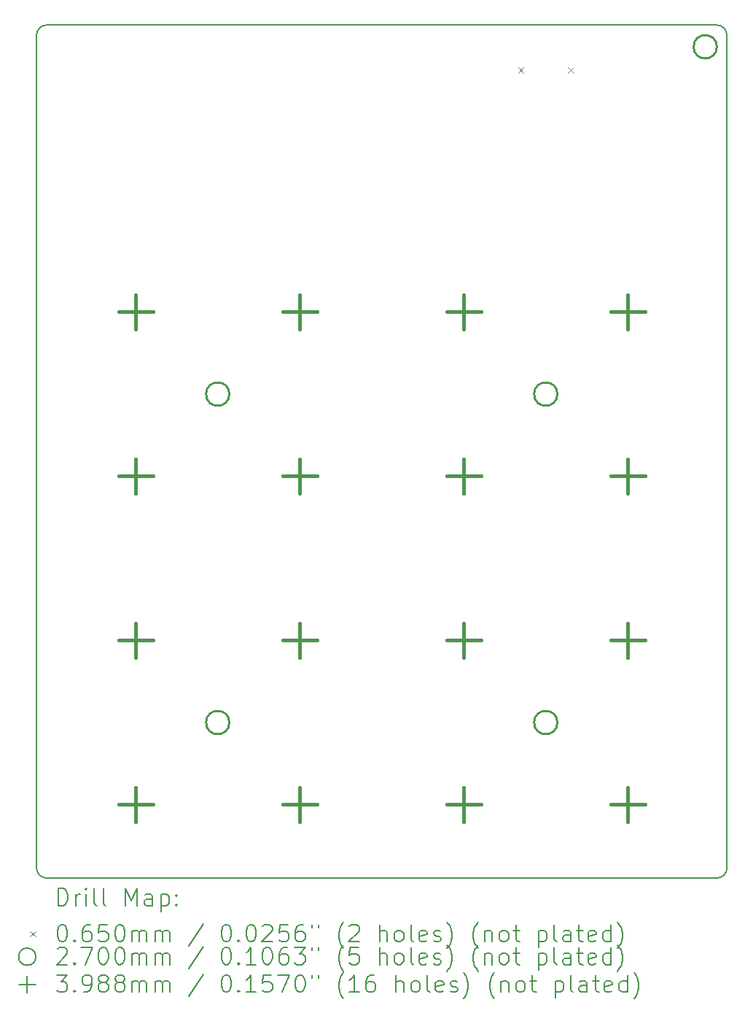
<source format=gbr>
%TF.GenerationSoftware,KiCad,Pcbnew,7.0.10*%
%TF.CreationDate,2024-04-21T01:20:29+05:30*%
%TF.ProjectId,AT-ProtoKeeb_rev1,41542d50-726f-4746-9f4b-6565625f7265,v1.0*%
%TF.SameCoordinates,Original*%
%TF.FileFunction,Drillmap*%
%TF.FilePolarity,Positive*%
%FSLAX45Y45*%
G04 Gerber Fmt 4.5, Leading zero omitted, Abs format (unit mm)*
G04 Created by KiCad (PCBNEW 7.0.10) date 2024-04-21 01:20:29*
%MOMM*%
%LPD*%
G01*
G04 APERTURE LIST*
%ADD10C,0.150000*%
%ADD11C,0.200000*%
%ADD12C,0.100000*%
%ADD13C,0.270000*%
%ADD14C,0.398780*%
G04 APERTURE END LIST*
D10*
X4522599Y-5161100D02*
X4522599Y-14817610D01*
X4642599Y-5041100D02*
X12422590Y-5041100D01*
X4522600Y-14817610D02*
G75*
G03*
X4642599Y-14937610I120000J0D01*
G01*
X4642599Y-14937610D02*
X12422590Y-14937610D01*
X4642599Y-5041099D02*
G75*
G03*
X4522599Y-5161100I2J-120002D01*
G01*
X12542590Y-5161100D02*
G75*
G03*
X12422590Y-5041100I-120000J0D01*
G01*
X12422590Y-14937610D02*
G75*
G03*
X12542590Y-14817610I0J120000D01*
G01*
X12542590Y-5161100D02*
X12542590Y-14817610D01*
D11*
D12*
X10116015Y-5528710D02*
X10181015Y-5593710D01*
X10181015Y-5528710D02*
X10116015Y-5593710D01*
X10694015Y-5528710D02*
X10759015Y-5593710D01*
X10759015Y-5528710D02*
X10694015Y-5593710D01*
D13*
X6762520Y-9322500D02*
G75*
G03*
X6492520Y-9322500I-135000J0D01*
G01*
X6492520Y-9322500D02*
G75*
G03*
X6762520Y-9322500I135000J0D01*
G01*
X6762520Y-13132490D02*
G75*
G03*
X6492520Y-13132490I-135000J0D01*
G01*
X6492520Y-13132490D02*
G75*
G03*
X6762520Y-13132490I135000J0D01*
G01*
X10572520Y-9322500D02*
G75*
G03*
X10302520Y-9322500I-135000J0D01*
G01*
X10302520Y-9322500D02*
G75*
G03*
X10572520Y-9322500I135000J0D01*
G01*
X10572520Y-13132490D02*
G75*
G03*
X10302520Y-13132490I-135000J0D01*
G01*
X10302520Y-13132490D02*
G75*
G03*
X10572520Y-13132490I135000J0D01*
G01*
X12425070Y-5293640D02*
G75*
G03*
X12155070Y-5293640I-135000J0D01*
G01*
X12155070Y-5293640D02*
G75*
G03*
X12425070Y-5293640I135000J0D01*
G01*
D14*
X5675015Y-8170610D02*
X5675015Y-8569390D01*
X5475625Y-8370000D02*
X5874405Y-8370000D01*
X5675015Y-10075610D02*
X5675015Y-10474390D01*
X5475625Y-10275000D02*
X5874405Y-10275000D01*
X5675015Y-11980620D02*
X5675015Y-12379400D01*
X5475625Y-12180010D02*
X5874405Y-12180010D01*
X5675015Y-13885620D02*
X5675015Y-14284400D01*
X5475625Y-14085010D02*
X5874405Y-14085010D01*
X7580015Y-8170610D02*
X7580015Y-8569390D01*
X7380625Y-8370000D02*
X7779405Y-8370000D01*
X7580015Y-10075610D02*
X7580015Y-10474390D01*
X7380625Y-10275000D02*
X7779405Y-10275000D01*
X7580015Y-11980620D02*
X7580015Y-12379400D01*
X7380625Y-12180010D02*
X7779405Y-12180010D01*
X7580015Y-13885620D02*
X7580015Y-14284400D01*
X7380625Y-14085010D02*
X7779405Y-14085010D01*
X9485015Y-8170610D02*
X9485015Y-8569390D01*
X9285625Y-8370000D02*
X9684405Y-8370000D01*
X9485015Y-10075610D02*
X9485015Y-10474390D01*
X9285625Y-10275000D02*
X9684405Y-10275000D01*
X9485015Y-11980620D02*
X9485015Y-12379400D01*
X9285625Y-12180010D02*
X9684405Y-12180010D01*
X9485015Y-13885620D02*
X9485015Y-14284400D01*
X9285625Y-14085010D02*
X9684405Y-14085010D01*
X11390015Y-8170610D02*
X11390015Y-8569390D01*
X11190625Y-8370000D02*
X11589405Y-8370000D01*
X11390015Y-10075610D02*
X11390015Y-10474390D01*
X11190625Y-10275000D02*
X11589405Y-10275000D01*
X11390015Y-11980620D02*
X11390015Y-12379400D01*
X11190625Y-12180010D02*
X11589405Y-12180010D01*
X11390015Y-13885620D02*
X11390015Y-14284400D01*
X11190625Y-14085010D02*
X11589405Y-14085010D01*
D11*
X4775875Y-15256594D02*
X4775875Y-15056594D01*
X4775875Y-15056594D02*
X4823494Y-15056594D01*
X4823494Y-15056594D02*
X4852066Y-15066118D01*
X4852066Y-15066118D02*
X4871113Y-15085165D01*
X4871113Y-15085165D02*
X4880637Y-15104213D01*
X4880637Y-15104213D02*
X4890161Y-15142308D01*
X4890161Y-15142308D02*
X4890161Y-15170879D01*
X4890161Y-15170879D02*
X4880637Y-15208975D01*
X4880637Y-15208975D02*
X4871113Y-15228022D01*
X4871113Y-15228022D02*
X4852066Y-15247070D01*
X4852066Y-15247070D02*
X4823494Y-15256594D01*
X4823494Y-15256594D02*
X4775875Y-15256594D01*
X4975875Y-15256594D02*
X4975875Y-15123260D01*
X4975875Y-15161356D02*
X4985399Y-15142308D01*
X4985399Y-15142308D02*
X4994923Y-15132784D01*
X4994923Y-15132784D02*
X5013971Y-15123260D01*
X5013971Y-15123260D02*
X5033018Y-15123260D01*
X5099685Y-15256594D02*
X5099685Y-15123260D01*
X5099685Y-15056594D02*
X5090161Y-15066118D01*
X5090161Y-15066118D02*
X5099685Y-15075641D01*
X5099685Y-15075641D02*
X5109209Y-15066118D01*
X5109209Y-15066118D02*
X5099685Y-15056594D01*
X5099685Y-15056594D02*
X5099685Y-15075641D01*
X5223494Y-15256594D02*
X5204447Y-15247070D01*
X5204447Y-15247070D02*
X5194923Y-15228022D01*
X5194923Y-15228022D02*
X5194923Y-15056594D01*
X5328256Y-15256594D02*
X5309209Y-15247070D01*
X5309209Y-15247070D02*
X5299685Y-15228022D01*
X5299685Y-15228022D02*
X5299685Y-15056594D01*
X5556828Y-15256594D02*
X5556828Y-15056594D01*
X5556828Y-15056594D02*
X5623494Y-15199451D01*
X5623494Y-15199451D02*
X5690161Y-15056594D01*
X5690161Y-15056594D02*
X5690161Y-15256594D01*
X5871113Y-15256594D02*
X5871113Y-15151832D01*
X5871113Y-15151832D02*
X5861590Y-15132784D01*
X5861590Y-15132784D02*
X5842542Y-15123260D01*
X5842542Y-15123260D02*
X5804447Y-15123260D01*
X5804447Y-15123260D02*
X5785399Y-15132784D01*
X5871113Y-15247070D02*
X5852066Y-15256594D01*
X5852066Y-15256594D02*
X5804447Y-15256594D01*
X5804447Y-15256594D02*
X5785399Y-15247070D01*
X5785399Y-15247070D02*
X5775875Y-15228022D01*
X5775875Y-15228022D02*
X5775875Y-15208975D01*
X5775875Y-15208975D02*
X5785399Y-15189927D01*
X5785399Y-15189927D02*
X5804447Y-15180403D01*
X5804447Y-15180403D02*
X5852066Y-15180403D01*
X5852066Y-15180403D02*
X5871113Y-15170879D01*
X5966351Y-15123260D02*
X5966351Y-15323260D01*
X5966351Y-15132784D02*
X5985399Y-15123260D01*
X5985399Y-15123260D02*
X6023494Y-15123260D01*
X6023494Y-15123260D02*
X6042542Y-15132784D01*
X6042542Y-15132784D02*
X6052066Y-15142308D01*
X6052066Y-15142308D02*
X6061590Y-15161356D01*
X6061590Y-15161356D02*
X6061590Y-15218498D01*
X6061590Y-15218498D02*
X6052066Y-15237546D01*
X6052066Y-15237546D02*
X6042542Y-15247070D01*
X6042542Y-15247070D02*
X6023494Y-15256594D01*
X6023494Y-15256594D02*
X5985399Y-15256594D01*
X5985399Y-15256594D02*
X5966351Y-15247070D01*
X6147304Y-15237546D02*
X6156828Y-15247070D01*
X6156828Y-15247070D02*
X6147304Y-15256594D01*
X6147304Y-15256594D02*
X6137780Y-15247070D01*
X6137780Y-15247070D02*
X6147304Y-15237546D01*
X6147304Y-15237546D02*
X6147304Y-15256594D01*
X6147304Y-15132784D02*
X6156828Y-15142308D01*
X6156828Y-15142308D02*
X6147304Y-15151832D01*
X6147304Y-15151832D02*
X6137780Y-15142308D01*
X6137780Y-15142308D02*
X6147304Y-15132784D01*
X6147304Y-15132784D02*
X6147304Y-15151832D01*
D12*
X4450099Y-15552610D02*
X4515099Y-15617610D01*
X4515099Y-15552610D02*
X4450099Y-15617610D01*
D11*
X4813971Y-15476594D02*
X4833018Y-15476594D01*
X4833018Y-15476594D02*
X4852066Y-15486118D01*
X4852066Y-15486118D02*
X4861590Y-15495641D01*
X4861590Y-15495641D02*
X4871113Y-15514689D01*
X4871113Y-15514689D02*
X4880637Y-15552784D01*
X4880637Y-15552784D02*
X4880637Y-15600403D01*
X4880637Y-15600403D02*
X4871113Y-15638498D01*
X4871113Y-15638498D02*
X4861590Y-15657546D01*
X4861590Y-15657546D02*
X4852066Y-15667070D01*
X4852066Y-15667070D02*
X4833018Y-15676594D01*
X4833018Y-15676594D02*
X4813971Y-15676594D01*
X4813971Y-15676594D02*
X4794923Y-15667070D01*
X4794923Y-15667070D02*
X4785399Y-15657546D01*
X4785399Y-15657546D02*
X4775875Y-15638498D01*
X4775875Y-15638498D02*
X4766352Y-15600403D01*
X4766352Y-15600403D02*
X4766352Y-15552784D01*
X4766352Y-15552784D02*
X4775875Y-15514689D01*
X4775875Y-15514689D02*
X4785399Y-15495641D01*
X4785399Y-15495641D02*
X4794923Y-15486118D01*
X4794923Y-15486118D02*
X4813971Y-15476594D01*
X4966352Y-15657546D02*
X4975875Y-15667070D01*
X4975875Y-15667070D02*
X4966352Y-15676594D01*
X4966352Y-15676594D02*
X4956828Y-15667070D01*
X4956828Y-15667070D02*
X4966352Y-15657546D01*
X4966352Y-15657546D02*
X4966352Y-15676594D01*
X5147304Y-15476594D02*
X5109209Y-15476594D01*
X5109209Y-15476594D02*
X5090161Y-15486118D01*
X5090161Y-15486118D02*
X5080637Y-15495641D01*
X5080637Y-15495641D02*
X5061590Y-15524213D01*
X5061590Y-15524213D02*
X5052066Y-15562308D01*
X5052066Y-15562308D02*
X5052066Y-15638498D01*
X5052066Y-15638498D02*
X5061590Y-15657546D01*
X5061590Y-15657546D02*
X5071113Y-15667070D01*
X5071113Y-15667070D02*
X5090161Y-15676594D01*
X5090161Y-15676594D02*
X5128256Y-15676594D01*
X5128256Y-15676594D02*
X5147304Y-15667070D01*
X5147304Y-15667070D02*
X5156828Y-15657546D01*
X5156828Y-15657546D02*
X5166352Y-15638498D01*
X5166352Y-15638498D02*
X5166352Y-15590879D01*
X5166352Y-15590879D02*
X5156828Y-15571832D01*
X5156828Y-15571832D02*
X5147304Y-15562308D01*
X5147304Y-15562308D02*
X5128256Y-15552784D01*
X5128256Y-15552784D02*
X5090161Y-15552784D01*
X5090161Y-15552784D02*
X5071113Y-15562308D01*
X5071113Y-15562308D02*
X5061590Y-15571832D01*
X5061590Y-15571832D02*
X5052066Y-15590879D01*
X5347304Y-15476594D02*
X5252066Y-15476594D01*
X5252066Y-15476594D02*
X5242542Y-15571832D01*
X5242542Y-15571832D02*
X5252066Y-15562308D01*
X5252066Y-15562308D02*
X5271113Y-15552784D01*
X5271113Y-15552784D02*
X5318733Y-15552784D01*
X5318733Y-15552784D02*
X5337780Y-15562308D01*
X5337780Y-15562308D02*
X5347304Y-15571832D01*
X5347304Y-15571832D02*
X5356828Y-15590879D01*
X5356828Y-15590879D02*
X5356828Y-15638498D01*
X5356828Y-15638498D02*
X5347304Y-15657546D01*
X5347304Y-15657546D02*
X5337780Y-15667070D01*
X5337780Y-15667070D02*
X5318733Y-15676594D01*
X5318733Y-15676594D02*
X5271113Y-15676594D01*
X5271113Y-15676594D02*
X5252066Y-15667070D01*
X5252066Y-15667070D02*
X5242542Y-15657546D01*
X5480637Y-15476594D02*
X5499685Y-15476594D01*
X5499685Y-15476594D02*
X5518733Y-15486118D01*
X5518733Y-15486118D02*
X5528256Y-15495641D01*
X5528256Y-15495641D02*
X5537780Y-15514689D01*
X5537780Y-15514689D02*
X5547304Y-15552784D01*
X5547304Y-15552784D02*
X5547304Y-15600403D01*
X5547304Y-15600403D02*
X5537780Y-15638498D01*
X5537780Y-15638498D02*
X5528256Y-15657546D01*
X5528256Y-15657546D02*
X5518733Y-15667070D01*
X5518733Y-15667070D02*
X5499685Y-15676594D01*
X5499685Y-15676594D02*
X5480637Y-15676594D01*
X5480637Y-15676594D02*
X5461590Y-15667070D01*
X5461590Y-15667070D02*
X5452066Y-15657546D01*
X5452066Y-15657546D02*
X5442542Y-15638498D01*
X5442542Y-15638498D02*
X5433018Y-15600403D01*
X5433018Y-15600403D02*
X5433018Y-15552784D01*
X5433018Y-15552784D02*
X5442542Y-15514689D01*
X5442542Y-15514689D02*
X5452066Y-15495641D01*
X5452066Y-15495641D02*
X5461590Y-15486118D01*
X5461590Y-15486118D02*
X5480637Y-15476594D01*
X5633018Y-15676594D02*
X5633018Y-15543260D01*
X5633018Y-15562308D02*
X5642542Y-15552784D01*
X5642542Y-15552784D02*
X5661590Y-15543260D01*
X5661590Y-15543260D02*
X5690161Y-15543260D01*
X5690161Y-15543260D02*
X5709209Y-15552784D01*
X5709209Y-15552784D02*
X5718732Y-15571832D01*
X5718732Y-15571832D02*
X5718732Y-15676594D01*
X5718732Y-15571832D02*
X5728256Y-15552784D01*
X5728256Y-15552784D02*
X5747304Y-15543260D01*
X5747304Y-15543260D02*
X5775875Y-15543260D01*
X5775875Y-15543260D02*
X5794923Y-15552784D01*
X5794923Y-15552784D02*
X5804447Y-15571832D01*
X5804447Y-15571832D02*
X5804447Y-15676594D01*
X5899685Y-15676594D02*
X5899685Y-15543260D01*
X5899685Y-15562308D02*
X5909209Y-15552784D01*
X5909209Y-15552784D02*
X5928256Y-15543260D01*
X5928256Y-15543260D02*
X5956828Y-15543260D01*
X5956828Y-15543260D02*
X5975875Y-15552784D01*
X5975875Y-15552784D02*
X5985399Y-15571832D01*
X5985399Y-15571832D02*
X5985399Y-15676594D01*
X5985399Y-15571832D02*
X5994923Y-15552784D01*
X5994923Y-15552784D02*
X6013971Y-15543260D01*
X6013971Y-15543260D02*
X6042542Y-15543260D01*
X6042542Y-15543260D02*
X6061590Y-15552784D01*
X6061590Y-15552784D02*
X6071113Y-15571832D01*
X6071113Y-15571832D02*
X6071113Y-15676594D01*
X6461590Y-15467070D02*
X6290161Y-15724213D01*
X6718733Y-15476594D02*
X6737780Y-15476594D01*
X6737780Y-15476594D02*
X6756828Y-15486118D01*
X6756828Y-15486118D02*
X6766352Y-15495641D01*
X6766352Y-15495641D02*
X6775875Y-15514689D01*
X6775875Y-15514689D02*
X6785399Y-15552784D01*
X6785399Y-15552784D02*
X6785399Y-15600403D01*
X6785399Y-15600403D02*
X6775875Y-15638498D01*
X6775875Y-15638498D02*
X6766352Y-15657546D01*
X6766352Y-15657546D02*
X6756828Y-15667070D01*
X6756828Y-15667070D02*
X6737780Y-15676594D01*
X6737780Y-15676594D02*
X6718733Y-15676594D01*
X6718733Y-15676594D02*
X6699685Y-15667070D01*
X6699685Y-15667070D02*
X6690161Y-15657546D01*
X6690161Y-15657546D02*
X6680637Y-15638498D01*
X6680637Y-15638498D02*
X6671114Y-15600403D01*
X6671114Y-15600403D02*
X6671114Y-15552784D01*
X6671114Y-15552784D02*
X6680637Y-15514689D01*
X6680637Y-15514689D02*
X6690161Y-15495641D01*
X6690161Y-15495641D02*
X6699685Y-15486118D01*
X6699685Y-15486118D02*
X6718733Y-15476594D01*
X6871114Y-15657546D02*
X6880637Y-15667070D01*
X6880637Y-15667070D02*
X6871114Y-15676594D01*
X6871114Y-15676594D02*
X6861590Y-15667070D01*
X6861590Y-15667070D02*
X6871114Y-15657546D01*
X6871114Y-15657546D02*
X6871114Y-15676594D01*
X7004447Y-15476594D02*
X7023495Y-15476594D01*
X7023495Y-15476594D02*
X7042542Y-15486118D01*
X7042542Y-15486118D02*
X7052066Y-15495641D01*
X7052066Y-15495641D02*
X7061590Y-15514689D01*
X7061590Y-15514689D02*
X7071114Y-15552784D01*
X7071114Y-15552784D02*
X7071114Y-15600403D01*
X7071114Y-15600403D02*
X7061590Y-15638498D01*
X7061590Y-15638498D02*
X7052066Y-15657546D01*
X7052066Y-15657546D02*
X7042542Y-15667070D01*
X7042542Y-15667070D02*
X7023495Y-15676594D01*
X7023495Y-15676594D02*
X7004447Y-15676594D01*
X7004447Y-15676594D02*
X6985399Y-15667070D01*
X6985399Y-15667070D02*
X6975875Y-15657546D01*
X6975875Y-15657546D02*
X6966352Y-15638498D01*
X6966352Y-15638498D02*
X6956828Y-15600403D01*
X6956828Y-15600403D02*
X6956828Y-15552784D01*
X6956828Y-15552784D02*
X6966352Y-15514689D01*
X6966352Y-15514689D02*
X6975875Y-15495641D01*
X6975875Y-15495641D02*
X6985399Y-15486118D01*
X6985399Y-15486118D02*
X7004447Y-15476594D01*
X7147304Y-15495641D02*
X7156828Y-15486118D01*
X7156828Y-15486118D02*
X7175875Y-15476594D01*
X7175875Y-15476594D02*
X7223495Y-15476594D01*
X7223495Y-15476594D02*
X7242542Y-15486118D01*
X7242542Y-15486118D02*
X7252066Y-15495641D01*
X7252066Y-15495641D02*
X7261590Y-15514689D01*
X7261590Y-15514689D02*
X7261590Y-15533737D01*
X7261590Y-15533737D02*
X7252066Y-15562308D01*
X7252066Y-15562308D02*
X7137780Y-15676594D01*
X7137780Y-15676594D02*
X7261590Y-15676594D01*
X7442542Y-15476594D02*
X7347304Y-15476594D01*
X7347304Y-15476594D02*
X7337780Y-15571832D01*
X7337780Y-15571832D02*
X7347304Y-15562308D01*
X7347304Y-15562308D02*
X7366352Y-15552784D01*
X7366352Y-15552784D02*
X7413971Y-15552784D01*
X7413971Y-15552784D02*
X7433018Y-15562308D01*
X7433018Y-15562308D02*
X7442542Y-15571832D01*
X7442542Y-15571832D02*
X7452066Y-15590879D01*
X7452066Y-15590879D02*
X7452066Y-15638498D01*
X7452066Y-15638498D02*
X7442542Y-15657546D01*
X7442542Y-15657546D02*
X7433018Y-15667070D01*
X7433018Y-15667070D02*
X7413971Y-15676594D01*
X7413971Y-15676594D02*
X7366352Y-15676594D01*
X7366352Y-15676594D02*
X7347304Y-15667070D01*
X7347304Y-15667070D02*
X7337780Y-15657546D01*
X7623495Y-15476594D02*
X7585399Y-15476594D01*
X7585399Y-15476594D02*
X7566352Y-15486118D01*
X7566352Y-15486118D02*
X7556828Y-15495641D01*
X7556828Y-15495641D02*
X7537780Y-15524213D01*
X7537780Y-15524213D02*
X7528256Y-15562308D01*
X7528256Y-15562308D02*
X7528256Y-15638498D01*
X7528256Y-15638498D02*
X7537780Y-15657546D01*
X7537780Y-15657546D02*
X7547304Y-15667070D01*
X7547304Y-15667070D02*
X7566352Y-15676594D01*
X7566352Y-15676594D02*
X7604447Y-15676594D01*
X7604447Y-15676594D02*
X7623495Y-15667070D01*
X7623495Y-15667070D02*
X7633018Y-15657546D01*
X7633018Y-15657546D02*
X7642542Y-15638498D01*
X7642542Y-15638498D02*
X7642542Y-15590879D01*
X7642542Y-15590879D02*
X7633018Y-15571832D01*
X7633018Y-15571832D02*
X7623495Y-15562308D01*
X7623495Y-15562308D02*
X7604447Y-15552784D01*
X7604447Y-15552784D02*
X7566352Y-15552784D01*
X7566352Y-15552784D02*
X7547304Y-15562308D01*
X7547304Y-15562308D02*
X7537780Y-15571832D01*
X7537780Y-15571832D02*
X7528256Y-15590879D01*
X7718733Y-15476594D02*
X7718733Y-15514689D01*
X7794923Y-15476594D02*
X7794923Y-15514689D01*
X8090161Y-15752784D02*
X8080637Y-15743260D01*
X8080637Y-15743260D02*
X8061590Y-15714689D01*
X8061590Y-15714689D02*
X8052066Y-15695641D01*
X8052066Y-15695641D02*
X8042542Y-15667070D01*
X8042542Y-15667070D02*
X8033018Y-15619451D01*
X8033018Y-15619451D02*
X8033018Y-15581356D01*
X8033018Y-15581356D02*
X8042542Y-15533737D01*
X8042542Y-15533737D02*
X8052066Y-15505165D01*
X8052066Y-15505165D02*
X8061590Y-15486118D01*
X8061590Y-15486118D02*
X8080637Y-15457546D01*
X8080637Y-15457546D02*
X8090161Y-15448022D01*
X8156828Y-15495641D02*
X8166352Y-15486118D01*
X8166352Y-15486118D02*
X8185399Y-15476594D01*
X8185399Y-15476594D02*
X8233018Y-15476594D01*
X8233018Y-15476594D02*
X8252066Y-15486118D01*
X8252066Y-15486118D02*
X8261590Y-15495641D01*
X8261590Y-15495641D02*
X8271114Y-15514689D01*
X8271114Y-15514689D02*
X8271114Y-15533737D01*
X8271114Y-15533737D02*
X8261590Y-15562308D01*
X8261590Y-15562308D02*
X8147304Y-15676594D01*
X8147304Y-15676594D02*
X8271114Y-15676594D01*
X8509209Y-15676594D02*
X8509209Y-15476594D01*
X8594923Y-15676594D02*
X8594923Y-15571832D01*
X8594923Y-15571832D02*
X8585400Y-15552784D01*
X8585400Y-15552784D02*
X8566352Y-15543260D01*
X8566352Y-15543260D02*
X8537780Y-15543260D01*
X8537780Y-15543260D02*
X8518733Y-15552784D01*
X8518733Y-15552784D02*
X8509209Y-15562308D01*
X8718733Y-15676594D02*
X8699685Y-15667070D01*
X8699685Y-15667070D02*
X8690161Y-15657546D01*
X8690161Y-15657546D02*
X8680638Y-15638498D01*
X8680638Y-15638498D02*
X8680638Y-15581356D01*
X8680638Y-15581356D02*
X8690161Y-15562308D01*
X8690161Y-15562308D02*
X8699685Y-15552784D01*
X8699685Y-15552784D02*
X8718733Y-15543260D01*
X8718733Y-15543260D02*
X8747304Y-15543260D01*
X8747304Y-15543260D02*
X8766352Y-15552784D01*
X8766352Y-15552784D02*
X8775876Y-15562308D01*
X8775876Y-15562308D02*
X8785400Y-15581356D01*
X8785400Y-15581356D02*
X8785400Y-15638498D01*
X8785400Y-15638498D02*
X8775876Y-15657546D01*
X8775876Y-15657546D02*
X8766352Y-15667070D01*
X8766352Y-15667070D02*
X8747304Y-15676594D01*
X8747304Y-15676594D02*
X8718733Y-15676594D01*
X8899685Y-15676594D02*
X8880638Y-15667070D01*
X8880638Y-15667070D02*
X8871114Y-15648022D01*
X8871114Y-15648022D02*
X8871114Y-15476594D01*
X9052066Y-15667070D02*
X9033019Y-15676594D01*
X9033019Y-15676594D02*
X8994923Y-15676594D01*
X8994923Y-15676594D02*
X8975876Y-15667070D01*
X8975876Y-15667070D02*
X8966352Y-15648022D01*
X8966352Y-15648022D02*
X8966352Y-15571832D01*
X8966352Y-15571832D02*
X8975876Y-15552784D01*
X8975876Y-15552784D02*
X8994923Y-15543260D01*
X8994923Y-15543260D02*
X9033019Y-15543260D01*
X9033019Y-15543260D02*
X9052066Y-15552784D01*
X9052066Y-15552784D02*
X9061590Y-15571832D01*
X9061590Y-15571832D02*
X9061590Y-15590879D01*
X9061590Y-15590879D02*
X8966352Y-15609927D01*
X9137781Y-15667070D02*
X9156828Y-15676594D01*
X9156828Y-15676594D02*
X9194923Y-15676594D01*
X9194923Y-15676594D02*
X9213971Y-15667070D01*
X9213971Y-15667070D02*
X9223495Y-15648022D01*
X9223495Y-15648022D02*
X9223495Y-15638498D01*
X9223495Y-15638498D02*
X9213971Y-15619451D01*
X9213971Y-15619451D02*
X9194923Y-15609927D01*
X9194923Y-15609927D02*
X9166352Y-15609927D01*
X9166352Y-15609927D02*
X9147304Y-15600403D01*
X9147304Y-15600403D02*
X9137781Y-15581356D01*
X9137781Y-15581356D02*
X9137781Y-15571832D01*
X9137781Y-15571832D02*
X9147304Y-15552784D01*
X9147304Y-15552784D02*
X9166352Y-15543260D01*
X9166352Y-15543260D02*
X9194923Y-15543260D01*
X9194923Y-15543260D02*
X9213971Y-15552784D01*
X9290162Y-15752784D02*
X9299685Y-15743260D01*
X9299685Y-15743260D02*
X9318733Y-15714689D01*
X9318733Y-15714689D02*
X9328257Y-15695641D01*
X9328257Y-15695641D02*
X9337781Y-15667070D01*
X9337781Y-15667070D02*
X9347304Y-15619451D01*
X9347304Y-15619451D02*
X9347304Y-15581356D01*
X9347304Y-15581356D02*
X9337781Y-15533737D01*
X9337781Y-15533737D02*
X9328257Y-15505165D01*
X9328257Y-15505165D02*
X9318733Y-15486118D01*
X9318733Y-15486118D02*
X9299685Y-15457546D01*
X9299685Y-15457546D02*
X9290162Y-15448022D01*
X9652066Y-15752784D02*
X9642542Y-15743260D01*
X9642542Y-15743260D02*
X9623495Y-15714689D01*
X9623495Y-15714689D02*
X9613971Y-15695641D01*
X9613971Y-15695641D02*
X9604447Y-15667070D01*
X9604447Y-15667070D02*
X9594923Y-15619451D01*
X9594923Y-15619451D02*
X9594923Y-15581356D01*
X9594923Y-15581356D02*
X9604447Y-15533737D01*
X9604447Y-15533737D02*
X9613971Y-15505165D01*
X9613971Y-15505165D02*
X9623495Y-15486118D01*
X9623495Y-15486118D02*
X9642542Y-15457546D01*
X9642542Y-15457546D02*
X9652066Y-15448022D01*
X9728257Y-15543260D02*
X9728257Y-15676594D01*
X9728257Y-15562308D02*
X9737781Y-15552784D01*
X9737781Y-15552784D02*
X9756828Y-15543260D01*
X9756828Y-15543260D02*
X9785400Y-15543260D01*
X9785400Y-15543260D02*
X9804447Y-15552784D01*
X9804447Y-15552784D02*
X9813971Y-15571832D01*
X9813971Y-15571832D02*
X9813971Y-15676594D01*
X9937781Y-15676594D02*
X9918733Y-15667070D01*
X9918733Y-15667070D02*
X9909209Y-15657546D01*
X9909209Y-15657546D02*
X9899685Y-15638498D01*
X9899685Y-15638498D02*
X9899685Y-15581356D01*
X9899685Y-15581356D02*
X9909209Y-15562308D01*
X9909209Y-15562308D02*
X9918733Y-15552784D01*
X9918733Y-15552784D02*
X9937781Y-15543260D01*
X9937781Y-15543260D02*
X9966352Y-15543260D01*
X9966352Y-15543260D02*
X9985400Y-15552784D01*
X9985400Y-15552784D02*
X9994923Y-15562308D01*
X9994923Y-15562308D02*
X10004447Y-15581356D01*
X10004447Y-15581356D02*
X10004447Y-15638498D01*
X10004447Y-15638498D02*
X9994923Y-15657546D01*
X9994923Y-15657546D02*
X9985400Y-15667070D01*
X9985400Y-15667070D02*
X9966352Y-15676594D01*
X9966352Y-15676594D02*
X9937781Y-15676594D01*
X10061590Y-15543260D02*
X10137781Y-15543260D01*
X10090162Y-15476594D02*
X10090162Y-15648022D01*
X10090162Y-15648022D02*
X10099685Y-15667070D01*
X10099685Y-15667070D02*
X10118733Y-15676594D01*
X10118733Y-15676594D02*
X10137781Y-15676594D01*
X10356828Y-15543260D02*
X10356828Y-15743260D01*
X10356828Y-15552784D02*
X10375876Y-15543260D01*
X10375876Y-15543260D02*
X10413971Y-15543260D01*
X10413971Y-15543260D02*
X10433019Y-15552784D01*
X10433019Y-15552784D02*
X10442543Y-15562308D01*
X10442543Y-15562308D02*
X10452066Y-15581356D01*
X10452066Y-15581356D02*
X10452066Y-15638498D01*
X10452066Y-15638498D02*
X10442543Y-15657546D01*
X10442543Y-15657546D02*
X10433019Y-15667070D01*
X10433019Y-15667070D02*
X10413971Y-15676594D01*
X10413971Y-15676594D02*
X10375876Y-15676594D01*
X10375876Y-15676594D02*
X10356828Y-15667070D01*
X10566352Y-15676594D02*
X10547304Y-15667070D01*
X10547304Y-15667070D02*
X10537781Y-15648022D01*
X10537781Y-15648022D02*
X10537781Y-15476594D01*
X10728257Y-15676594D02*
X10728257Y-15571832D01*
X10728257Y-15571832D02*
X10718733Y-15552784D01*
X10718733Y-15552784D02*
X10699685Y-15543260D01*
X10699685Y-15543260D02*
X10661590Y-15543260D01*
X10661590Y-15543260D02*
X10642543Y-15552784D01*
X10728257Y-15667070D02*
X10709209Y-15676594D01*
X10709209Y-15676594D02*
X10661590Y-15676594D01*
X10661590Y-15676594D02*
X10642543Y-15667070D01*
X10642543Y-15667070D02*
X10633019Y-15648022D01*
X10633019Y-15648022D02*
X10633019Y-15628975D01*
X10633019Y-15628975D02*
X10642543Y-15609927D01*
X10642543Y-15609927D02*
X10661590Y-15600403D01*
X10661590Y-15600403D02*
X10709209Y-15600403D01*
X10709209Y-15600403D02*
X10728257Y-15590879D01*
X10794924Y-15543260D02*
X10871114Y-15543260D01*
X10823495Y-15476594D02*
X10823495Y-15648022D01*
X10823495Y-15648022D02*
X10833019Y-15667070D01*
X10833019Y-15667070D02*
X10852066Y-15676594D01*
X10852066Y-15676594D02*
X10871114Y-15676594D01*
X11013971Y-15667070D02*
X10994924Y-15676594D01*
X10994924Y-15676594D02*
X10956828Y-15676594D01*
X10956828Y-15676594D02*
X10937781Y-15667070D01*
X10937781Y-15667070D02*
X10928257Y-15648022D01*
X10928257Y-15648022D02*
X10928257Y-15571832D01*
X10928257Y-15571832D02*
X10937781Y-15552784D01*
X10937781Y-15552784D02*
X10956828Y-15543260D01*
X10956828Y-15543260D02*
X10994924Y-15543260D01*
X10994924Y-15543260D02*
X11013971Y-15552784D01*
X11013971Y-15552784D02*
X11023495Y-15571832D01*
X11023495Y-15571832D02*
X11023495Y-15590879D01*
X11023495Y-15590879D02*
X10928257Y-15609927D01*
X11194923Y-15676594D02*
X11194923Y-15476594D01*
X11194923Y-15667070D02*
X11175876Y-15676594D01*
X11175876Y-15676594D02*
X11137781Y-15676594D01*
X11137781Y-15676594D02*
X11118733Y-15667070D01*
X11118733Y-15667070D02*
X11109209Y-15657546D01*
X11109209Y-15657546D02*
X11099685Y-15638498D01*
X11099685Y-15638498D02*
X11099685Y-15581356D01*
X11099685Y-15581356D02*
X11109209Y-15562308D01*
X11109209Y-15562308D02*
X11118733Y-15552784D01*
X11118733Y-15552784D02*
X11137781Y-15543260D01*
X11137781Y-15543260D02*
X11175876Y-15543260D01*
X11175876Y-15543260D02*
X11194923Y-15552784D01*
X11271114Y-15752784D02*
X11280638Y-15743260D01*
X11280638Y-15743260D02*
X11299685Y-15714689D01*
X11299685Y-15714689D02*
X11309209Y-15695641D01*
X11309209Y-15695641D02*
X11318733Y-15667070D01*
X11318733Y-15667070D02*
X11328257Y-15619451D01*
X11328257Y-15619451D02*
X11328257Y-15581356D01*
X11328257Y-15581356D02*
X11318733Y-15533737D01*
X11318733Y-15533737D02*
X11309209Y-15505165D01*
X11309209Y-15505165D02*
X11299685Y-15486118D01*
X11299685Y-15486118D02*
X11280638Y-15457546D01*
X11280638Y-15457546D02*
X11271114Y-15448022D01*
X4515099Y-15849110D02*
G75*
G03*
X4315099Y-15849110I-100000J0D01*
G01*
X4315099Y-15849110D02*
G75*
G03*
X4515099Y-15849110I100000J0D01*
G01*
X4766352Y-15759641D02*
X4775875Y-15750118D01*
X4775875Y-15750118D02*
X4794923Y-15740594D01*
X4794923Y-15740594D02*
X4842542Y-15740594D01*
X4842542Y-15740594D02*
X4861590Y-15750118D01*
X4861590Y-15750118D02*
X4871113Y-15759641D01*
X4871113Y-15759641D02*
X4880637Y-15778689D01*
X4880637Y-15778689D02*
X4880637Y-15797737D01*
X4880637Y-15797737D02*
X4871113Y-15826308D01*
X4871113Y-15826308D02*
X4756828Y-15940594D01*
X4756828Y-15940594D02*
X4880637Y-15940594D01*
X4966352Y-15921546D02*
X4975875Y-15931070D01*
X4975875Y-15931070D02*
X4966352Y-15940594D01*
X4966352Y-15940594D02*
X4956828Y-15931070D01*
X4956828Y-15931070D02*
X4966352Y-15921546D01*
X4966352Y-15921546D02*
X4966352Y-15940594D01*
X5042542Y-15740594D02*
X5175875Y-15740594D01*
X5175875Y-15740594D02*
X5090161Y-15940594D01*
X5290161Y-15740594D02*
X5309209Y-15740594D01*
X5309209Y-15740594D02*
X5328256Y-15750118D01*
X5328256Y-15750118D02*
X5337780Y-15759641D01*
X5337780Y-15759641D02*
X5347304Y-15778689D01*
X5347304Y-15778689D02*
X5356828Y-15816784D01*
X5356828Y-15816784D02*
X5356828Y-15864403D01*
X5356828Y-15864403D02*
X5347304Y-15902498D01*
X5347304Y-15902498D02*
X5337780Y-15921546D01*
X5337780Y-15921546D02*
X5328256Y-15931070D01*
X5328256Y-15931070D02*
X5309209Y-15940594D01*
X5309209Y-15940594D02*
X5290161Y-15940594D01*
X5290161Y-15940594D02*
X5271113Y-15931070D01*
X5271113Y-15931070D02*
X5261590Y-15921546D01*
X5261590Y-15921546D02*
X5252066Y-15902498D01*
X5252066Y-15902498D02*
X5242542Y-15864403D01*
X5242542Y-15864403D02*
X5242542Y-15816784D01*
X5242542Y-15816784D02*
X5252066Y-15778689D01*
X5252066Y-15778689D02*
X5261590Y-15759641D01*
X5261590Y-15759641D02*
X5271113Y-15750118D01*
X5271113Y-15750118D02*
X5290161Y-15740594D01*
X5480637Y-15740594D02*
X5499685Y-15740594D01*
X5499685Y-15740594D02*
X5518733Y-15750118D01*
X5518733Y-15750118D02*
X5528256Y-15759641D01*
X5528256Y-15759641D02*
X5537780Y-15778689D01*
X5537780Y-15778689D02*
X5547304Y-15816784D01*
X5547304Y-15816784D02*
X5547304Y-15864403D01*
X5547304Y-15864403D02*
X5537780Y-15902498D01*
X5537780Y-15902498D02*
X5528256Y-15921546D01*
X5528256Y-15921546D02*
X5518733Y-15931070D01*
X5518733Y-15931070D02*
X5499685Y-15940594D01*
X5499685Y-15940594D02*
X5480637Y-15940594D01*
X5480637Y-15940594D02*
X5461590Y-15931070D01*
X5461590Y-15931070D02*
X5452066Y-15921546D01*
X5452066Y-15921546D02*
X5442542Y-15902498D01*
X5442542Y-15902498D02*
X5433018Y-15864403D01*
X5433018Y-15864403D02*
X5433018Y-15816784D01*
X5433018Y-15816784D02*
X5442542Y-15778689D01*
X5442542Y-15778689D02*
X5452066Y-15759641D01*
X5452066Y-15759641D02*
X5461590Y-15750118D01*
X5461590Y-15750118D02*
X5480637Y-15740594D01*
X5633018Y-15940594D02*
X5633018Y-15807260D01*
X5633018Y-15826308D02*
X5642542Y-15816784D01*
X5642542Y-15816784D02*
X5661590Y-15807260D01*
X5661590Y-15807260D02*
X5690161Y-15807260D01*
X5690161Y-15807260D02*
X5709209Y-15816784D01*
X5709209Y-15816784D02*
X5718732Y-15835832D01*
X5718732Y-15835832D02*
X5718732Y-15940594D01*
X5718732Y-15835832D02*
X5728256Y-15816784D01*
X5728256Y-15816784D02*
X5747304Y-15807260D01*
X5747304Y-15807260D02*
X5775875Y-15807260D01*
X5775875Y-15807260D02*
X5794923Y-15816784D01*
X5794923Y-15816784D02*
X5804447Y-15835832D01*
X5804447Y-15835832D02*
X5804447Y-15940594D01*
X5899685Y-15940594D02*
X5899685Y-15807260D01*
X5899685Y-15826308D02*
X5909209Y-15816784D01*
X5909209Y-15816784D02*
X5928256Y-15807260D01*
X5928256Y-15807260D02*
X5956828Y-15807260D01*
X5956828Y-15807260D02*
X5975875Y-15816784D01*
X5975875Y-15816784D02*
X5985399Y-15835832D01*
X5985399Y-15835832D02*
X5985399Y-15940594D01*
X5985399Y-15835832D02*
X5994923Y-15816784D01*
X5994923Y-15816784D02*
X6013971Y-15807260D01*
X6013971Y-15807260D02*
X6042542Y-15807260D01*
X6042542Y-15807260D02*
X6061590Y-15816784D01*
X6061590Y-15816784D02*
X6071113Y-15835832D01*
X6071113Y-15835832D02*
X6071113Y-15940594D01*
X6461590Y-15731070D02*
X6290161Y-15988213D01*
X6718733Y-15740594D02*
X6737780Y-15740594D01*
X6737780Y-15740594D02*
X6756828Y-15750118D01*
X6756828Y-15750118D02*
X6766352Y-15759641D01*
X6766352Y-15759641D02*
X6775875Y-15778689D01*
X6775875Y-15778689D02*
X6785399Y-15816784D01*
X6785399Y-15816784D02*
X6785399Y-15864403D01*
X6785399Y-15864403D02*
X6775875Y-15902498D01*
X6775875Y-15902498D02*
X6766352Y-15921546D01*
X6766352Y-15921546D02*
X6756828Y-15931070D01*
X6756828Y-15931070D02*
X6737780Y-15940594D01*
X6737780Y-15940594D02*
X6718733Y-15940594D01*
X6718733Y-15940594D02*
X6699685Y-15931070D01*
X6699685Y-15931070D02*
X6690161Y-15921546D01*
X6690161Y-15921546D02*
X6680637Y-15902498D01*
X6680637Y-15902498D02*
X6671114Y-15864403D01*
X6671114Y-15864403D02*
X6671114Y-15816784D01*
X6671114Y-15816784D02*
X6680637Y-15778689D01*
X6680637Y-15778689D02*
X6690161Y-15759641D01*
X6690161Y-15759641D02*
X6699685Y-15750118D01*
X6699685Y-15750118D02*
X6718733Y-15740594D01*
X6871114Y-15921546D02*
X6880637Y-15931070D01*
X6880637Y-15931070D02*
X6871114Y-15940594D01*
X6871114Y-15940594D02*
X6861590Y-15931070D01*
X6861590Y-15931070D02*
X6871114Y-15921546D01*
X6871114Y-15921546D02*
X6871114Y-15940594D01*
X7071114Y-15940594D02*
X6956828Y-15940594D01*
X7013971Y-15940594D02*
X7013971Y-15740594D01*
X7013971Y-15740594D02*
X6994923Y-15769165D01*
X6994923Y-15769165D02*
X6975875Y-15788213D01*
X6975875Y-15788213D02*
X6956828Y-15797737D01*
X7194923Y-15740594D02*
X7213971Y-15740594D01*
X7213971Y-15740594D02*
X7233018Y-15750118D01*
X7233018Y-15750118D02*
X7242542Y-15759641D01*
X7242542Y-15759641D02*
X7252066Y-15778689D01*
X7252066Y-15778689D02*
X7261590Y-15816784D01*
X7261590Y-15816784D02*
X7261590Y-15864403D01*
X7261590Y-15864403D02*
X7252066Y-15902498D01*
X7252066Y-15902498D02*
X7242542Y-15921546D01*
X7242542Y-15921546D02*
X7233018Y-15931070D01*
X7233018Y-15931070D02*
X7213971Y-15940594D01*
X7213971Y-15940594D02*
X7194923Y-15940594D01*
X7194923Y-15940594D02*
X7175875Y-15931070D01*
X7175875Y-15931070D02*
X7166352Y-15921546D01*
X7166352Y-15921546D02*
X7156828Y-15902498D01*
X7156828Y-15902498D02*
X7147304Y-15864403D01*
X7147304Y-15864403D02*
X7147304Y-15816784D01*
X7147304Y-15816784D02*
X7156828Y-15778689D01*
X7156828Y-15778689D02*
X7166352Y-15759641D01*
X7166352Y-15759641D02*
X7175875Y-15750118D01*
X7175875Y-15750118D02*
X7194923Y-15740594D01*
X7433018Y-15740594D02*
X7394923Y-15740594D01*
X7394923Y-15740594D02*
X7375875Y-15750118D01*
X7375875Y-15750118D02*
X7366352Y-15759641D01*
X7366352Y-15759641D02*
X7347304Y-15788213D01*
X7347304Y-15788213D02*
X7337780Y-15826308D01*
X7337780Y-15826308D02*
X7337780Y-15902498D01*
X7337780Y-15902498D02*
X7347304Y-15921546D01*
X7347304Y-15921546D02*
X7356828Y-15931070D01*
X7356828Y-15931070D02*
X7375875Y-15940594D01*
X7375875Y-15940594D02*
X7413971Y-15940594D01*
X7413971Y-15940594D02*
X7433018Y-15931070D01*
X7433018Y-15931070D02*
X7442542Y-15921546D01*
X7442542Y-15921546D02*
X7452066Y-15902498D01*
X7452066Y-15902498D02*
X7452066Y-15854879D01*
X7452066Y-15854879D02*
X7442542Y-15835832D01*
X7442542Y-15835832D02*
X7433018Y-15826308D01*
X7433018Y-15826308D02*
X7413971Y-15816784D01*
X7413971Y-15816784D02*
X7375875Y-15816784D01*
X7375875Y-15816784D02*
X7356828Y-15826308D01*
X7356828Y-15826308D02*
X7347304Y-15835832D01*
X7347304Y-15835832D02*
X7337780Y-15854879D01*
X7518733Y-15740594D02*
X7642542Y-15740594D01*
X7642542Y-15740594D02*
X7575875Y-15816784D01*
X7575875Y-15816784D02*
X7604447Y-15816784D01*
X7604447Y-15816784D02*
X7623495Y-15826308D01*
X7623495Y-15826308D02*
X7633018Y-15835832D01*
X7633018Y-15835832D02*
X7642542Y-15854879D01*
X7642542Y-15854879D02*
X7642542Y-15902498D01*
X7642542Y-15902498D02*
X7633018Y-15921546D01*
X7633018Y-15921546D02*
X7623495Y-15931070D01*
X7623495Y-15931070D02*
X7604447Y-15940594D01*
X7604447Y-15940594D02*
X7547304Y-15940594D01*
X7547304Y-15940594D02*
X7528256Y-15931070D01*
X7528256Y-15931070D02*
X7518733Y-15921546D01*
X7718733Y-15740594D02*
X7718733Y-15778689D01*
X7794923Y-15740594D02*
X7794923Y-15778689D01*
X8090161Y-16016784D02*
X8080637Y-16007260D01*
X8080637Y-16007260D02*
X8061590Y-15978689D01*
X8061590Y-15978689D02*
X8052066Y-15959641D01*
X8052066Y-15959641D02*
X8042542Y-15931070D01*
X8042542Y-15931070D02*
X8033018Y-15883451D01*
X8033018Y-15883451D02*
X8033018Y-15845356D01*
X8033018Y-15845356D02*
X8042542Y-15797737D01*
X8042542Y-15797737D02*
X8052066Y-15769165D01*
X8052066Y-15769165D02*
X8061590Y-15750118D01*
X8061590Y-15750118D02*
X8080637Y-15721546D01*
X8080637Y-15721546D02*
X8090161Y-15712022D01*
X8261590Y-15740594D02*
X8166352Y-15740594D01*
X8166352Y-15740594D02*
X8156828Y-15835832D01*
X8156828Y-15835832D02*
X8166352Y-15826308D01*
X8166352Y-15826308D02*
X8185399Y-15816784D01*
X8185399Y-15816784D02*
X8233018Y-15816784D01*
X8233018Y-15816784D02*
X8252066Y-15826308D01*
X8252066Y-15826308D02*
X8261590Y-15835832D01*
X8261590Y-15835832D02*
X8271114Y-15854879D01*
X8271114Y-15854879D02*
X8271114Y-15902498D01*
X8271114Y-15902498D02*
X8261590Y-15921546D01*
X8261590Y-15921546D02*
X8252066Y-15931070D01*
X8252066Y-15931070D02*
X8233018Y-15940594D01*
X8233018Y-15940594D02*
X8185399Y-15940594D01*
X8185399Y-15940594D02*
X8166352Y-15931070D01*
X8166352Y-15931070D02*
X8156828Y-15921546D01*
X8509209Y-15940594D02*
X8509209Y-15740594D01*
X8594923Y-15940594D02*
X8594923Y-15835832D01*
X8594923Y-15835832D02*
X8585400Y-15816784D01*
X8585400Y-15816784D02*
X8566352Y-15807260D01*
X8566352Y-15807260D02*
X8537780Y-15807260D01*
X8537780Y-15807260D02*
X8518733Y-15816784D01*
X8518733Y-15816784D02*
X8509209Y-15826308D01*
X8718733Y-15940594D02*
X8699685Y-15931070D01*
X8699685Y-15931070D02*
X8690161Y-15921546D01*
X8690161Y-15921546D02*
X8680638Y-15902498D01*
X8680638Y-15902498D02*
X8680638Y-15845356D01*
X8680638Y-15845356D02*
X8690161Y-15826308D01*
X8690161Y-15826308D02*
X8699685Y-15816784D01*
X8699685Y-15816784D02*
X8718733Y-15807260D01*
X8718733Y-15807260D02*
X8747304Y-15807260D01*
X8747304Y-15807260D02*
X8766352Y-15816784D01*
X8766352Y-15816784D02*
X8775876Y-15826308D01*
X8775876Y-15826308D02*
X8785400Y-15845356D01*
X8785400Y-15845356D02*
X8785400Y-15902498D01*
X8785400Y-15902498D02*
X8775876Y-15921546D01*
X8775876Y-15921546D02*
X8766352Y-15931070D01*
X8766352Y-15931070D02*
X8747304Y-15940594D01*
X8747304Y-15940594D02*
X8718733Y-15940594D01*
X8899685Y-15940594D02*
X8880638Y-15931070D01*
X8880638Y-15931070D02*
X8871114Y-15912022D01*
X8871114Y-15912022D02*
X8871114Y-15740594D01*
X9052066Y-15931070D02*
X9033019Y-15940594D01*
X9033019Y-15940594D02*
X8994923Y-15940594D01*
X8994923Y-15940594D02*
X8975876Y-15931070D01*
X8975876Y-15931070D02*
X8966352Y-15912022D01*
X8966352Y-15912022D02*
X8966352Y-15835832D01*
X8966352Y-15835832D02*
X8975876Y-15816784D01*
X8975876Y-15816784D02*
X8994923Y-15807260D01*
X8994923Y-15807260D02*
X9033019Y-15807260D01*
X9033019Y-15807260D02*
X9052066Y-15816784D01*
X9052066Y-15816784D02*
X9061590Y-15835832D01*
X9061590Y-15835832D02*
X9061590Y-15854879D01*
X9061590Y-15854879D02*
X8966352Y-15873927D01*
X9137781Y-15931070D02*
X9156828Y-15940594D01*
X9156828Y-15940594D02*
X9194923Y-15940594D01*
X9194923Y-15940594D02*
X9213971Y-15931070D01*
X9213971Y-15931070D02*
X9223495Y-15912022D01*
X9223495Y-15912022D02*
X9223495Y-15902498D01*
X9223495Y-15902498D02*
X9213971Y-15883451D01*
X9213971Y-15883451D02*
X9194923Y-15873927D01*
X9194923Y-15873927D02*
X9166352Y-15873927D01*
X9166352Y-15873927D02*
X9147304Y-15864403D01*
X9147304Y-15864403D02*
X9137781Y-15845356D01*
X9137781Y-15845356D02*
X9137781Y-15835832D01*
X9137781Y-15835832D02*
X9147304Y-15816784D01*
X9147304Y-15816784D02*
X9166352Y-15807260D01*
X9166352Y-15807260D02*
X9194923Y-15807260D01*
X9194923Y-15807260D02*
X9213971Y-15816784D01*
X9290162Y-16016784D02*
X9299685Y-16007260D01*
X9299685Y-16007260D02*
X9318733Y-15978689D01*
X9318733Y-15978689D02*
X9328257Y-15959641D01*
X9328257Y-15959641D02*
X9337781Y-15931070D01*
X9337781Y-15931070D02*
X9347304Y-15883451D01*
X9347304Y-15883451D02*
X9347304Y-15845356D01*
X9347304Y-15845356D02*
X9337781Y-15797737D01*
X9337781Y-15797737D02*
X9328257Y-15769165D01*
X9328257Y-15769165D02*
X9318733Y-15750118D01*
X9318733Y-15750118D02*
X9299685Y-15721546D01*
X9299685Y-15721546D02*
X9290162Y-15712022D01*
X9652066Y-16016784D02*
X9642542Y-16007260D01*
X9642542Y-16007260D02*
X9623495Y-15978689D01*
X9623495Y-15978689D02*
X9613971Y-15959641D01*
X9613971Y-15959641D02*
X9604447Y-15931070D01*
X9604447Y-15931070D02*
X9594923Y-15883451D01*
X9594923Y-15883451D02*
X9594923Y-15845356D01*
X9594923Y-15845356D02*
X9604447Y-15797737D01*
X9604447Y-15797737D02*
X9613971Y-15769165D01*
X9613971Y-15769165D02*
X9623495Y-15750118D01*
X9623495Y-15750118D02*
X9642542Y-15721546D01*
X9642542Y-15721546D02*
X9652066Y-15712022D01*
X9728257Y-15807260D02*
X9728257Y-15940594D01*
X9728257Y-15826308D02*
X9737781Y-15816784D01*
X9737781Y-15816784D02*
X9756828Y-15807260D01*
X9756828Y-15807260D02*
X9785400Y-15807260D01*
X9785400Y-15807260D02*
X9804447Y-15816784D01*
X9804447Y-15816784D02*
X9813971Y-15835832D01*
X9813971Y-15835832D02*
X9813971Y-15940594D01*
X9937781Y-15940594D02*
X9918733Y-15931070D01*
X9918733Y-15931070D02*
X9909209Y-15921546D01*
X9909209Y-15921546D02*
X9899685Y-15902498D01*
X9899685Y-15902498D02*
X9899685Y-15845356D01*
X9899685Y-15845356D02*
X9909209Y-15826308D01*
X9909209Y-15826308D02*
X9918733Y-15816784D01*
X9918733Y-15816784D02*
X9937781Y-15807260D01*
X9937781Y-15807260D02*
X9966352Y-15807260D01*
X9966352Y-15807260D02*
X9985400Y-15816784D01*
X9985400Y-15816784D02*
X9994923Y-15826308D01*
X9994923Y-15826308D02*
X10004447Y-15845356D01*
X10004447Y-15845356D02*
X10004447Y-15902498D01*
X10004447Y-15902498D02*
X9994923Y-15921546D01*
X9994923Y-15921546D02*
X9985400Y-15931070D01*
X9985400Y-15931070D02*
X9966352Y-15940594D01*
X9966352Y-15940594D02*
X9937781Y-15940594D01*
X10061590Y-15807260D02*
X10137781Y-15807260D01*
X10090162Y-15740594D02*
X10090162Y-15912022D01*
X10090162Y-15912022D02*
X10099685Y-15931070D01*
X10099685Y-15931070D02*
X10118733Y-15940594D01*
X10118733Y-15940594D02*
X10137781Y-15940594D01*
X10356828Y-15807260D02*
X10356828Y-16007260D01*
X10356828Y-15816784D02*
X10375876Y-15807260D01*
X10375876Y-15807260D02*
X10413971Y-15807260D01*
X10413971Y-15807260D02*
X10433019Y-15816784D01*
X10433019Y-15816784D02*
X10442543Y-15826308D01*
X10442543Y-15826308D02*
X10452066Y-15845356D01*
X10452066Y-15845356D02*
X10452066Y-15902498D01*
X10452066Y-15902498D02*
X10442543Y-15921546D01*
X10442543Y-15921546D02*
X10433019Y-15931070D01*
X10433019Y-15931070D02*
X10413971Y-15940594D01*
X10413971Y-15940594D02*
X10375876Y-15940594D01*
X10375876Y-15940594D02*
X10356828Y-15931070D01*
X10566352Y-15940594D02*
X10547304Y-15931070D01*
X10547304Y-15931070D02*
X10537781Y-15912022D01*
X10537781Y-15912022D02*
X10537781Y-15740594D01*
X10728257Y-15940594D02*
X10728257Y-15835832D01*
X10728257Y-15835832D02*
X10718733Y-15816784D01*
X10718733Y-15816784D02*
X10699685Y-15807260D01*
X10699685Y-15807260D02*
X10661590Y-15807260D01*
X10661590Y-15807260D02*
X10642543Y-15816784D01*
X10728257Y-15931070D02*
X10709209Y-15940594D01*
X10709209Y-15940594D02*
X10661590Y-15940594D01*
X10661590Y-15940594D02*
X10642543Y-15931070D01*
X10642543Y-15931070D02*
X10633019Y-15912022D01*
X10633019Y-15912022D02*
X10633019Y-15892975D01*
X10633019Y-15892975D02*
X10642543Y-15873927D01*
X10642543Y-15873927D02*
X10661590Y-15864403D01*
X10661590Y-15864403D02*
X10709209Y-15864403D01*
X10709209Y-15864403D02*
X10728257Y-15854879D01*
X10794924Y-15807260D02*
X10871114Y-15807260D01*
X10823495Y-15740594D02*
X10823495Y-15912022D01*
X10823495Y-15912022D02*
X10833019Y-15931070D01*
X10833019Y-15931070D02*
X10852066Y-15940594D01*
X10852066Y-15940594D02*
X10871114Y-15940594D01*
X11013971Y-15931070D02*
X10994924Y-15940594D01*
X10994924Y-15940594D02*
X10956828Y-15940594D01*
X10956828Y-15940594D02*
X10937781Y-15931070D01*
X10937781Y-15931070D02*
X10928257Y-15912022D01*
X10928257Y-15912022D02*
X10928257Y-15835832D01*
X10928257Y-15835832D02*
X10937781Y-15816784D01*
X10937781Y-15816784D02*
X10956828Y-15807260D01*
X10956828Y-15807260D02*
X10994924Y-15807260D01*
X10994924Y-15807260D02*
X11013971Y-15816784D01*
X11013971Y-15816784D02*
X11023495Y-15835832D01*
X11023495Y-15835832D02*
X11023495Y-15854879D01*
X11023495Y-15854879D02*
X10928257Y-15873927D01*
X11194923Y-15940594D02*
X11194923Y-15740594D01*
X11194923Y-15931070D02*
X11175876Y-15940594D01*
X11175876Y-15940594D02*
X11137781Y-15940594D01*
X11137781Y-15940594D02*
X11118733Y-15931070D01*
X11118733Y-15931070D02*
X11109209Y-15921546D01*
X11109209Y-15921546D02*
X11099685Y-15902498D01*
X11099685Y-15902498D02*
X11099685Y-15845356D01*
X11099685Y-15845356D02*
X11109209Y-15826308D01*
X11109209Y-15826308D02*
X11118733Y-15816784D01*
X11118733Y-15816784D02*
X11137781Y-15807260D01*
X11137781Y-15807260D02*
X11175876Y-15807260D01*
X11175876Y-15807260D02*
X11194923Y-15816784D01*
X11271114Y-16016784D02*
X11280638Y-16007260D01*
X11280638Y-16007260D02*
X11299685Y-15978689D01*
X11299685Y-15978689D02*
X11309209Y-15959641D01*
X11309209Y-15959641D02*
X11318733Y-15931070D01*
X11318733Y-15931070D02*
X11328257Y-15883451D01*
X11328257Y-15883451D02*
X11328257Y-15845356D01*
X11328257Y-15845356D02*
X11318733Y-15797737D01*
X11318733Y-15797737D02*
X11309209Y-15769165D01*
X11309209Y-15769165D02*
X11299685Y-15750118D01*
X11299685Y-15750118D02*
X11280638Y-15721546D01*
X11280638Y-15721546D02*
X11271114Y-15712022D01*
X4415099Y-16069110D02*
X4415099Y-16269110D01*
X4315099Y-16169110D02*
X4515099Y-16169110D01*
X4756828Y-16060594D02*
X4880637Y-16060594D01*
X4880637Y-16060594D02*
X4813971Y-16136784D01*
X4813971Y-16136784D02*
X4842542Y-16136784D01*
X4842542Y-16136784D02*
X4861590Y-16146308D01*
X4861590Y-16146308D02*
X4871113Y-16155832D01*
X4871113Y-16155832D02*
X4880637Y-16174879D01*
X4880637Y-16174879D02*
X4880637Y-16222498D01*
X4880637Y-16222498D02*
X4871113Y-16241546D01*
X4871113Y-16241546D02*
X4861590Y-16251070D01*
X4861590Y-16251070D02*
X4842542Y-16260594D01*
X4842542Y-16260594D02*
X4785399Y-16260594D01*
X4785399Y-16260594D02*
X4766352Y-16251070D01*
X4766352Y-16251070D02*
X4756828Y-16241546D01*
X4966352Y-16241546D02*
X4975875Y-16251070D01*
X4975875Y-16251070D02*
X4966352Y-16260594D01*
X4966352Y-16260594D02*
X4956828Y-16251070D01*
X4956828Y-16251070D02*
X4966352Y-16241546D01*
X4966352Y-16241546D02*
X4966352Y-16260594D01*
X5071113Y-16260594D02*
X5109209Y-16260594D01*
X5109209Y-16260594D02*
X5128256Y-16251070D01*
X5128256Y-16251070D02*
X5137780Y-16241546D01*
X5137780Y-16241546D02*
X5156828Y-16212975D01*
X5156828Y-16212975D02*
X5166352Y-16174879D01*
X5166352Y-16174879D02*
X5166352Y-16098689D01*
X5166352Y-16098689D02*
X5156828Y-16079641D01*
X5156828Y-16079641D02*
X5147304Y-16070118D01*
X5147304Y-16070118D02*
X5128256Y-16060594D01*
X5128256Y-16060594D02*
X5090161Y-16060594D01*
X5090161Y-16060594D02*
X5071113Y-16070118D01*
X5071113Y-16070118D02*
X5061590Y-16079641D01*
X5061590Y-16079641D02*
X5052066Y-16098689D01*
X5052066Y-16098689D02*
X5052066Y-16146308D01*
X5052066Y-16146308D02*
X5061590Y-16165356D01*
X5061590Y-16165356D02*
X5071113Y-16174879D01*
X5071113Y-16174879D02*
X5090161Y-16184403D01*
X5090161Y-16184403D02*
X5128256Y-16184403D01*
X5128256Y-16184403D02*
X5147304Y-16174879D01*
X5147304Y-16174879D02*
X5156828Y-16165356D01*
X5156828Y-16165356D02*
X5166352Y-16146308D01*
X5280637Y-16146308D02*
X5261590Y-16136784D01*
X5261590Y-16136784D02*
X5252066Y-16127260D01*
X5252066Y-16127260D02*
X5242542Y-16108213D01*
X5242542Y-16108213D02*
X5242542Y-16098689D01*
X5242542Y-16098689D02*
X5252066Y-16079641D01*
X5252066Y-16079641D02*
X5261590Y-16070118D01*
X5261590Y-16070118D02*
X5280637Y-16060594D01*
X5280637Y-16060594D02*
X5318733Y-16060594D01*
X5318733Y-16060594D02*
X5337780Y-16070118D01*
X5337780Y-16070118D02*
X5347304Y-16079641D01*
X5347304Y-16079641D02*
X5356828Y-16098689D01*
X5356828Y-16098689D02*
X5356828Y-16108213D01*
X5356828Y-16108213D02*
X5347304Y-16127260D01*
X5347304Y-16127260D02*
X5337780Y-16136784D01*
X5337780Y-16136784D02*
X5318733Y-16146308D01*
X5318733Y-16146308D02*
X5280637Y-16146308D01*
X5280637Y-16146308D02*
X5261590Y-16155832D01*
X5261590Y-16155832D02*
X5252066Y-16165356D01*
X5252066Y-16165356D02*
X5242542Y-16184403D01*
X5242542Y-16184403D02*
X5242542Y-16222498D01*
X5242542Y-16222498D02*
X5252066Y-16241546D01*
X5252066Y-16241546D02*
X5261590Y-16251070D01*
X5261590Y-16251070D02*
X5280637Y-16260594D01*
X5280637Y-16260594D02*
X5318733Y-16260594D01*
X5318733Y-16260594D02*
X5337780Y-16251070D01*
X5337780Y-16251070D02*
X5347304Y-16241546D01*
X5347304Y-16241546D02*
X5356828Y-16222498D01*
X5356828Y-16222498D02*
X5356828Y-16184403D01*
X5356828Y-16184403D02*
X5347304Y-16165356D01*
X5347304Y-16165356D02*
X5337780Y-16155832D01*
X5337780Y-16155832D02*
X5318733Y-16146308D01*
X5471113Y-16146308D02*
X5452066Y-16136784D01*
X5452066Y-16136784D02*
X5442542Y-16127260D01*
X5442542Y-16127260D02*
X5433018Y-16108213D01*
X5433018Y-16108213D02*
X5433018Y-16098689D01*
X5433018Y-16098689D02*
X5442542Y-16079641D01*
X5442542Y-16079641D02*
X5452066Y-16070118D01*
X5452066Y-16070118D02*
X5471113Y-16060594D01*
X5471113Y-16060594D02*
X5509209Y-16060594D01*
X5509209Y-16060594D02*
X5528256Y-16070118D01*
X5528256Y-16070118D02*
X5537780Y-16079641D01*
X5537780Y-16079641D02*
X5547304Y-16098689D01*
X5547304Y-16098689D02*
X5547304Y-16108213D01*
X5547304Y-16108213D02*
X5537780Y-16127260D01*
X5537780Y-16127260D02*
X5528256Y-16136784D01*
X5528256Y-16136784D02*
X5509209Y-16146308D01*
X5509209Y-16146308D02*
X5471113Y-16146308D01*
X5471113Y-16146308D02*
X5452066Y-16155832D01*
X5452066Y-16155832D02*
X5442542Y-16165356D01*
X5442542Y-16165356D02*
X5433018Y-16184403D01*
X5433018Y-16184403D02*
X5433018Y-16222498D01*
X5433018Y-16222498D02*
X5442542Y-16241546D01*
X5442542Y-16241546D02*
X5452066Y-16251070D01*
X5452066Y-16251070D02*
X5471113Y-16260594D01*
X5471113Y-16260594D02*
X5509209Y-16260594D01*
X5509209Y-16260594D02*
X5528256Y-16251070D01*
X5528256Y-16251070D02*
X5537780Y-16241546D01*
X5537780Y-16241546D02*
X5547304Y-16222498D01*
X5547304Y-16222498D02*
X5547304Y-16184403D01*
X5547304Y-16184403D02*
X5537780Y-16165356D01*
X5537780Y-16165356D02*
X5528256Y-16155832D01*
X5528256Y-16155832D02*
X5509209Y-16146308D01*
X5633018Y-16260594D02*
X5633018Y-16127260D01*
X5633018Y-16146308D02*
X5642542Y-16136784D01*
X5642542Y-16136784D02*
X5661590Y-16127260D01*
X5661590Y-16127260D02*
X5690161Y-16127260D01*
X5690161Y-16127260D02*
X5709209Y-16136784D01*
X5709209Y-16136784D02*
X5718732Y-16155832D01*
X5718732Y-16155832D02*
X5718732Y-16260594D01*
X5718732Y-16155832D02*
X5728256Y-16136784D01*
X5728256Y-16136784D02*
X5747304Y-16127260D01*
X5747304Y-16127260D02*
X5775875Y-16127260D01*
X5775875Y-16127260D02*
X5794923Y-16136784D01*
X5794923Y-16136784D02*
X5804447Y-16155832D01*
X5804447Y-16155832D02*
X5804447Y-16260594D01*
X5899685Y-16260594D02*
X5899685Y-16127260D01*
X5899685Y-16146308D02*
X5909209Y-16136784D01*
X5909209Y-16136784D02*
X5928256Y-16127260D01*
X5928256Y-16127260D02*
X5956828Y-16127260D01*
X5956828Y-16127260D02*
X5975875Y-16136784D01*
X5975875Y-16136784D02*
X5985399Y-16155832D01*
X5985399Y-16155832D02*
X5985399Y-16260594D01*
X5985399Y-16155832D02*
X5994923Y-16136784D01*
X5994923Y-16136784D02*
X6013971Y-16127260D01*
X6013971Y-16127260D02*
X6042542Y-16127260D01*
X6042542Y-16127260D02*
X6061590Y-16136784D01*
X6061590Y-16136784D02*
X6071113Y-16155832D01*
X6071113Y-16155832D02*
X6071113Y-16260594D01*
X6461590Y-16051070D02*
X6290161Y-16308213D01*
X6718733Y-16060594D02*
X6737780Y-16060594D01*
X6737780Y-16060594D02*
X6756828Y-16070118D01*
X6756828Y-16070118D02*
X6766352Y-16079641D01*
X6766352Y-16079641D02*
X6775875Y-16098689D01*
X6775875Y-16098689D02*
X6785399Y-16136784D01*
X6785399Y-16136784D02*
X6785399Y-16184403D01*
X6785399Y-16184403D02*
X6775875Y-16222498D01*
X6775875Y-16222498D02*
X6766352Y-16241546D01*
X6766352Y-16241546D02*
X6756828Y-16251070D01*
X6756828Y-16251070D02*
X6737780Y-16260594D01*
X6737780Y-16260594D02*
X6718733Y-16260594D01*
X6718733Y-16260594D02*
X6699685Y-16251070D01*
X6699685Y-16251070D02*
X6690161Y-16241546D01*
X6690161Y-16241546D02*
X6680637Y-16222498D01*
X6680637Y-16222498D02*
X6671114Y-16184403D01*
X6671114Y-16184403D02*
X6671114Y-16136784D01*
X6671114Y-16136784D02*
X6680637Y-16098689D01*
X6680637Y-16098689D02*
X6690161Y-16079641D01*
X6690161Y-16079641D02*
X6699685Y-16070118D01*
X6699685Y-16070118D02*
X6718733Y-16060594D01*
X6871114Y-16241546D02*
X6880637Y-16251070D01*
X6880637Y-16251070D02*
X6871114Y-16260594D01*
X6871114Y-16260594D02*
X6861590Y-16251070D01*
X6861590Y-16251070D02*
X6871114Y-16241546D01*
X6871114Y-16241546D02*
X6871114Y-16260594D01*
X7071114Y-16260594D02*
X6956828Y-16260594D01*
X7013971Y-16260594D02*
X7013971Y-16060594D01*
X7013971Y-16060594D02*
X6994923Y-16089165D01*
X6994923Y-16089165D02*
X6975875Y-16108213D01*
X6975875Y-16108213D02*
X6956828Y-16117737D01*
X7252066Y-16060594D02*
X7156828Y-16060594D01*
X7156828Y-16060594D02*
X7147304Y-16155832D01*
X7147304Y-16155832D02*
X7156828Y-16146308D01*
X7156828Y-16146308D02*
X7175875Y-16136784D01*
X7175875Y-16136784D02*
X7223495Y-16136784D01*
X7223495Y-16136784D02*
X7242542Y-16146308D01*
X7242542Y-16146308D02*
X7252066Y-16155832D01*
X7252066Y-16155832D02*
X7261590Y-16174879D01*
X7261590Y-16174879D02*
X7261590Y-16222498D01*
X7261590Y-16222498D02*
X7252066Y-16241546D01*
X7252066Y-16241546D02*
X7242542Y-16251070D01*
X7242542Y-16251070D02*
X7223495Y-16260594D01*
X7223495Y-16260594D02*
X7175875Y-16260594D01*
X7175875Y-16260594D02*
X7156828Y-16251070D01*
X7156828Y-16251070D02*
X7147304Y-16241546D01*
X7328256Y-16060594D02*
X7461590Y-16060594D01*
X7461590Y-16060594D02*
X7375875Y-16260594D01*
X7575875Y-16060594D02*
X7594923Y-16060594D01*
X7594923Y-16060594D02*
X7613971Y-16070118D01*
X7613971Y-16070118D02*
X7623495Y-16079641D01*
X7623495Y-16079641D02*
X7633018Y-16098689D01*
X7633018Y-16098689D02*
X7642542Y-16136784D01*
X7642542Y-16136784D02*
X7642542Y-16184403D01*
X7642542Y-16184403D02*
X7633018Y-16222498D01*
X7633018Y-16222498D02*
X7623495Y-16241546D01*
X7623495Y-16241546D02*
X7613971Y-16251070D01*
X7613971Y-16251070D02*
X7594923Y-16260594D01*
X7594923Y-16260594D02*
X7575875Y-16260594D01*
X7575875Y-16260594D02*
X7556828Y-16251070D01*
X7556828Y-16251070D02*
X7547304Y-16241546D01*
X7547304Y-16241546D02*
X7537780Y-16222498D01*
X7537780Y-16222498D02*
X7528256Y-16184403D01*
X7528256Y-16184403D02*
X7528256Y-16136784D01*
X7528256Y-16136784D02*
X7537780Y-16098689D01*
X7537780Y-16098689D02*
X7547304Y-16079641D01*
X7547304Y-16079641D02*
X7556828Y-16070118D01*
X7556828Y-16070118D02*
X7575875Y-16060594D01*
X7718733Y-16060594D02*
X7718733Y-16098689D01*
X7794923Y-16060594D02*
X7794923Y-16098689D01*
X8090161Y-16336784D02*
X8080637Y-16327260D01*
X8080637Y-16327260D02*
X8061590Y-16298689D01*
X8061590Y-16298689D02*
X8052066Y-16279641D01*
X8052066Y-16279641D02*
X8042542Y-16251070D01*
X8042542Y-16251070D02*
X8033018Y-16203451D01*
X8033018Y-16203451D02*
X8033018Y-16165356D01*
X8033018Y-16165356D02*
X8042542Y-16117737D01*
X8042542Y-16117737D02*
X8052066Y-16089165D01*
X8052066Y-16089165D02*
X8061590Y-16070118D01*
X8061590Y-16070118D02*
X8080637Y-16041546D01*
X8080637Y-16041546D02*
X8090161Y-16032022D01*
X8271114Y-16260594D02*
X8156828Y-16260594D01*
X8213971Y-16260594D02*
X8213971Y-16060594D01*
X8213971Y-16060594D02*
X8194923Y-16089165D01*
X8194923Y-16089165D02*
X8175876Y-16108213D01*
X8175876Y-16108213D02*
X8156828Y-16117737D01*
X8442542Y-16060594D02*
X8404447Y-16060594D01*
X8404447Y-16060594D02*
X8385399Y-16070118D01*
X8385399Y-16070118D02*
X8375876Y-16079641D01*
X8375876Y-16079641D02*
X8356828Y-16108213D01*
X8356828Y-16108213D02*
X8347304Y-16146308D01*
X8347304Y-16146308D02*
X8347304Y-16222498D01*
X8347304Y-16222498D02*
X8356828Y-16241546D01*
X8356828Y-16241546D02*
X8366352Y-16251070D01*
X8366352Y-16251070D02*
X8385399Y-16260594D01*
X8385399Y-16260594D02*
X8423495Y-16260594D01*
X8423495Y-16260594D02*
X8442542Y-16251070D01*
X8442542Y-16251070D02*
X8452066Y-16241546D01*
X8452066Y-16241546D02*
X8461590Y-16222498D01*
X8461590Y-16222498D02*
X8461590Y-16174879D01*
X8461590Y-16174879D02*
X8452066Y-16155832D01*
X8452066Y-16155832D02*
X8442542Y-16146308D01*
X8442542Y-16146308D02*
X8423495Y-16136784D01*
X8423495Y-16136784D02*
X8385399Y-16136784D01*
X8385399Y-16136784D02*
X8366352Y-16146308D01*
X8366352Y-16146308D02*
X8356828Y-16155832D01*
X8356828Y-16155832D02*
X8347304Y-16174879D01*
X8699685Y-16260594D02*
X8699685Y-16060594D01*
X8785400Y-16260594D02*
X8785400Y-16155832D01*
X8785400Y-16155832D02*
X8775876Y-16136784D01*
X8775876Y-16136784D02*
X8756828Y-16127260D01*
X8756828Y-16127260D02*
X8728257Y-16127260D01*
X8728257Y-16127260D02*
X8709209Y-16136784D01*
X8709209Y-16136784D02*
X8699685Y-16146308D01*
X8909209Y-16260594D02*
X8890161Y-16251070D01*
X8890161Y-16251070D02*
X8880638Y-16241546D01*
X8880638Y-16241546D02*
X8871114Y-16222498D01*
X8871114Y-16222498D02*
X8871114Y-16165356D01*
X8871114Y-16165356D02*
X8880638Y-16146308D01*
X8880638Y-16146308D02*
X8890161Y-16136784D01*
X8890161Y-16136784D02*
X8909209Y-16127260D01*
X8909209Y-16127260D02*
X8937781Y-16127260D01*
X8937781Y-16127260D02*
X8956828Y-16136784D01*
X8956828Y-16136784D02*
X8966352Y-16146308D01*
X8966352Y-16146308D02*
X8975876Y-16165356D01*
X8975876Y-16165356D02*
X8975876Y-16222498D01*
X8975876Y-16222498D02*
X8966352Y-16241546D01*
X8966352Y-16241546D02*
X8956828Y-16251070D01*
X8956828Y-16251070D02*
X8937781Y-16260594D01*
X8937781Y-16260594D02*
X8909209Y-16260594D01*
X9090161Y-16260594D02*
X9071114Y-16251070D01*
X9071114Y-16251070D02*
X9061590Y-16232022D01*
X9061590Y-16232022D02*
X9061590Y-16060594D01*
X9242542Y-16251070D02*
X9223495Y-16260594D01*
X9223495Y-16260594D02*
X9185400Y-16260594D01*
X9185400Y-16260594D02*
X9166352Y-16251070D01*
X9166352Y-16251070D02*
X9156828Y-16232022D01*
X9156828Y-16232022D02*
X9156828Y-16155832D01*
X9156828Y-16155832D02*
X9166352Y-16136784D01*
X9166352Y-16136784D02*
X9185400Y-16127260D01*
X9185400Y-16127260D02*
X9223495Y-16127260D01*
X9223495Y-16127260D02*
X9242542Y-16136784D01*
X9242542Y-16136784D02*
X9252066Y-16155832D01*
X9252066Y-16155832D02*
X9252066Y-16174879D01*
X9252066Y-16174879D02*
X9156828Y-16193927D01*
X9328257Y-16251070D02*
X9347304Y-16260594D01*
X9347304Y-16260594D02*
X9385400Y-16260594D01*
X9385400Y-16260594D02*
X9404447Y-16251070D01*
X9404447Y-16251070D02*
X9413971Y-16232022D01*
X9413971Y-16232022D02*
X9413971Y-16222498D01*
X9413971Y-16222498D02*
X9404447Y-16203451D01*
X9404447Y-16203451D02*
X9385400Y-16193927D01*
X9385400Y-16193927D02*
X9356828Y-16193927D01*
X9356828Y-16193927D02*
X9337781Y-16184403D01*
X9337781Y-16184403D02*
X9328257Y-16165356D01*
X9328257Y-16165356D02*
X9328257Y-16155832D01*
X9328257Y-16155832D02*
X9337781Y-16136784D01*
X9337781Y-16136784D02*
X9356828Y-16127260D01*
X9356828Y-16127260D02*
X9385400Y-16127260D01*
X9385400Y-16127260D02*
X9404447Y-16136784D01*
X9480638Y-16336784D02*
X9490162Y-16327260D01*
X9490162Y-16327260D02*
X9509209Y-16298689D01*
X9509209Y-16298689D02*
X9518733Y-16279641D01*
X9518733Y-16279641D02*
X9528257Y-16251070D01*
X9528257Y-16251070D02*
X9537781Y-16203451D01*
X9537781Y-16203451D02*
X9537781Y-16165356D01*
X9537781Y-16165356D02*
X9528257Y-16117737D01*
X9528257Y-16117737D02*
X9518733Y-16089165D01*
X9518733Y-16089165D02*
X9509209Y-16070118D01*
X9509209Y-16070118D02*
X9490162Y-16041546D01*
X9490162Y-16041546D02*
X9480638Y-16032022D01*
X9842543Y-16336784D02*
X9833019Y-16327260D01*
X9833019Y-16327260D02*
X9813971Y-16298689D01*
X9813971Y-16298689D02*
X9804447Y-16279641D01*
X9804447Y-16279641D02*
X9794923Y-16251070D01*
X9794923Y-16251070D02*
X9785400Y-16203451D01*
X9785400Y-16203451D02*
X9785400Y-16165356D01*
X9785400Y-16165356D02*
X9794923Y-16117737D01*
X9794923Y-16117737D02*
X9804447Y-16089165D01*
X9804447Y-16089165D02*
X9813971Y-16070118D01*
X9813971Y-16070118D02*
X9833019Y-16041546D01*
X9833019Y-16041546D02*
X9842543Y-16032022D01*
X9918733Y-16127260D02*
X9918733Y-16260594D01*
X9918733Y-16146308D02*
X9928257Y-16136784D01*
X9928257Y-16136784D02*
X9947304Y-16127260D01*
X9947304Y-16127260D02*
X9975876Y-16127260D01*
X9975876Y-16127260D02*
X9994923Y-16136784D01*
X9994923Y-16136784D02*
X10004447Y-16155832D01*
X10004447Y-16155832D02*
X10004447Y-16260594D01*
X10128257Y-16260594D02*
X10109209Y-16251070D01*
X10109209Y-16251070D02*
X10099685Y-16241546D01*
X10099685Y-16241546D02*
X10090162Y-16222498D01*
X10090162Y-16222498D02*
X10090162Y-16165356D01*
X10090162Y-16165356D02*
X10099685Y-16146308D01*
X10099685Y-16146308D02*
X10109209Y-16136784D01*
X10109209Y-16136784D02*
X10128257Y-16127260D01*
X10128257Y-16127260D02*
X10156828Y-16127260D01*
X10156828Y-16127260D02*
X10175876Y-16136784D01*
X10175876Y-16136784D02*
X10185400Y-16146308D01*
X10185400Y-16146308D02*
X10194923Y-16165356D01*
X10194923Y-16165356D02*
X10194923Y-16222498D01*
X10194923Y-16222498D02*
X10185400Y-16241546D01*
X10185400Y-16241546D02*
X10175876Y-16251070D01*
X10175876Y-16251070D02*
X10156828Y-16260594D01*
X10156828Y-16260594D02*
X10128257Y-16260594D01*
X10252066Y-16127260D02*
X10328257Y-16127260D01*
X10280638Y-16060594D02*
X10280638Y-16232022D01*
X10280638Y-16232022D02*
X10290162Y-16251070D01*
X10290162Y-16251070D02*
X10309209Y-16260594D01*
X10309209Y-16260594D02*
X10328257Y-16260594D01*
X10547304Y-16127260D02*
X10547304Y-16327260D01*
X10547304Y-16136784D02*
X10566352Y-16127260D01*
X10566352Y-16127260D02*
X10604447Y-16127260D01*
X10604447Y-16127260D02*
X10623495Y-16136784D01*
X10623495Y-16136784D02*
X10633019Y-16146308D01*
X10633019Y-16146308D02*
X10642543Y-16165356D01*
X10642543Y-16165356D02*
X10642543Y-16222498D01*
X10642543Y-16222498D02*
X10633019Y-16241546D01*
X10633019Y-16241546D02*
X10623495Y-16251070D01*
X10623495Y-16251070D02*
X10604447Y-16260594D01*
X10604447Y-16260594D02*
X10566352Y-16260594D01*
X10566352Y-16260594D02*
X10547304Y-16251070D01*
X10756828Y-16260594D02*
X10737781Y-16251070D01*
X10737781Y-16251070D02*
X10728257Y-16232022D01*
X10728257Y-16232022D02*
X10728257Y-16060594D01*
X10918733Y-16260594D02*
X10918733Y-16155832D01*
X10918733Y-16155832D02*
X10909209Y-16136784D01*
X10909209Y-16136784D02*
X10890162Y-16127260D01*
X10890162Y-16127260D02*
X10852066Y-16127260D01*
X10852066Y-16127260D02*
X10833019Y-16136784D01*
X10918733Y-16251070D02*
X10899685Y-16260594D01*
X10899685Y-16260594D02*
X10852066Y-16260594D01*
X10852066Y-16260594D02*
X10833019Y-16251070D01*
X10833019Y-16251070D02*
X10823495Y-16232022D01*
X10823495Y-16232022D02*
X10823495Y-16212975D01*
X10823495Y-16212975D02*
X10833019Y-16193927D01*
X10833019Y-16193927D02*
X10852066Y-16184403D01*
X10852066Y-16184403D02*
X10899685Y-16184403D01*
X10899685Y-16184403D02*
X10918733Y-16174879D01*
X10985400Y-16127260D02*
X11061590Y-16127260D01*
X11013971Y-16060594D02*
X11013971Y-16232022D01*
X11013971Y-16232022D02*
X11023495Y-16251070D01*
X11023495Y-16251070D02*
X11042543Y-16260594D01*
X11042543Y-16260594D02*
X11061590Y-16260594D01*
X11204447Y-16251070D02*
X11185400Y-16260594D01*
X11185400Y-16260594D02*
X11147304Y-16260594D01*
X11147304Y-16260594D02*
X11128257Y-16251070D01*
X11128257Y-16251070D02*
X11118733Y-16232022D01*
X11118733Y-16232022D02*
X11118733Y-16155832D01*
X11118733Y-16155832D02*
X11128257Y-16136784D01*
X11128257Y-16136784D02*
X11147304Y-16127260D01*
X11147304Y-16127260D02*
X11185400Y-16127260D01*
X11185400Y-16127260D02*
X11204447Y-16136784D01*
X11204447Y-16136784D02*
X11213971Y-16155832D01*
X11213971Y-16155832D02*
X11213971Y-16174879D01*
X11213971Y-16174879D02*
X11118733Y-16193927D01*
X11385400Y-16260594D02*
X11385400Y-16060594D01*
X11385400Y-16251070D02*
X11366352Y-16260594D01*
X11366352Y-16260594D02*
X11328257Y-16260594D01*
X11328257Y-16260594D02*
X11309209Y-16251070D01*
X11309209Y-16251070D02*
X11299685Y-16241546D01*
X11299685Y-16241546D02*
X11290162Y-16222498D01*
X11290162Y-16222498D02*
X11290162Y-16165356D01*
X11290162Y-16165356D02*
X11299685Y-16146308D01*
X11299685Y-16146308D02*
X11309209Y-16136784D01*
X11309209Y-16136784D02*
X11328257Y-16127260D01*
X11328257Y-16127260D02*
X11366352Y-16127260D01*
X11366352Y-16127260D02*
X11385400Y-16136784D01*
X11461590Y-16336784D02*
X11471114Y-16327260D01*
X11471114Y-16327260D02*
X11490162Y-16298689D01*
X11490162Y-16298689D02*
X11499685Y-16279641D01*
X11499685Y-16279641D02*
X11509209Y-16251070D01*
X11509209Y-16251070D02*
X11518733Y-16203451D01*
X11518733Y-16203451D02*
X11518733Y-16165356D01*
X11518733Y-16165356D02*
X11509209Y-16117737D01*
X11509209Y-16117737D02*
X11499685Y-16089165D01*
X11499685Y-16089165D02*
X11490162Y-16070118D01*
X11490162Y-16070118D02*
X11471114Y-16041546D01*
X11471114Y-16041546D02*
X11461590Y-16032022D01*
M02*

</source>
